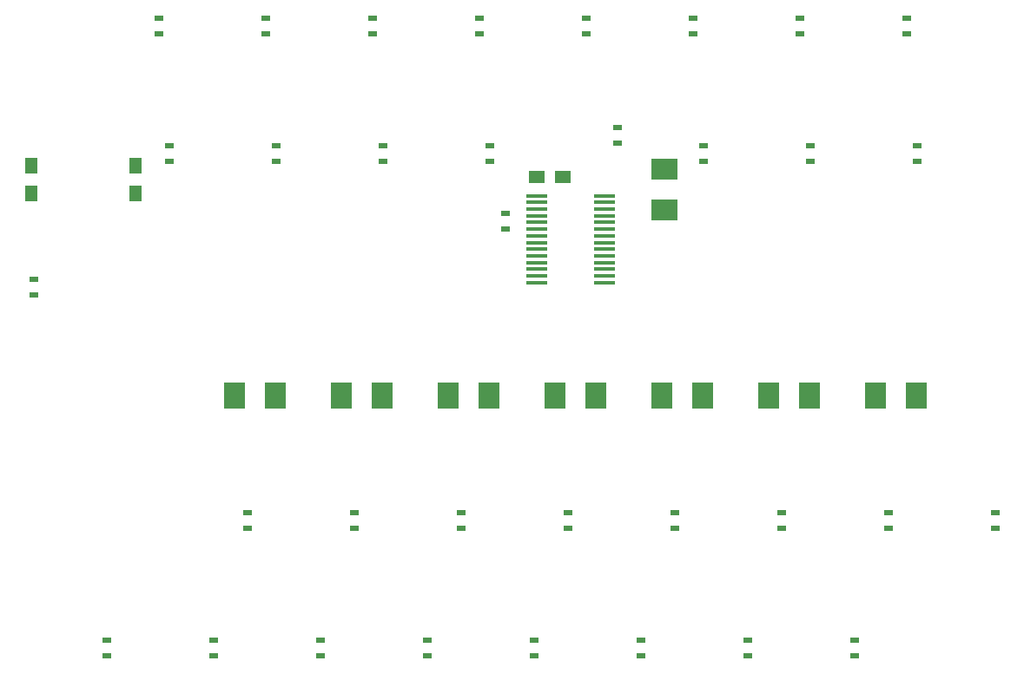
<source format=gbr>
G04 #@! TF.FileFunction,Paste,Bot*
%FSLAX46Y46*%
G04 Gerber Fmt 4.6, Leading zero omitted, Abs format (unit mm)*
G04 Created by KiCad (PCBNEW 4.0.0-stable) date 06.09.2016 12:35:27*
%MOMM*%
G01*
G04 APERTURE LIST*
%ADD10C,0.100000*%
%ADD11R,2.000000X2.500000*%
%ADD12R,1.500000X1.250000*%
%ADD13R,2.500000X2.000000*%
%ADD14R,0.900000X0.500000*%
%ADD15R,2.000000X0.400000*%
%ADD16R,1.300000X1.500000*%
G04 APERTURE END LIST*
D10*
D11*
X64548000Y-67564000D03*
X68548000Y-67564000D03*
X74962000Y-67564000D03*
X78962000Y-67564000D03*
X85376000Y-67564000D03*
X89376000Y-67564000D03*
X95790000Y-67564000D03*
X99790000Y-67564000D03*
X54134000Y-67564000D03*
X58134000Y-67564000D03*
D12*
X83586000Y-46228000D03*
X86086000Y-46228000D03*
D13*
X96012000Y-45498000D03*
X96012000Y-49498000D03*
D14*
X34544000Y-56273000D03*
X34544000Y-57773000D03*
X119634000Y-30746000D03*
X119634000Y-32246000D03*
X120650000Y-44692000D03*
X120650000Y-43192000D03*
X114554000Y-92952000D03*
X114554000Y-91452000D03*
X128270000Y-79006000D03*
X128270000Y-80506000D03*
X109220000Y-30746000D03*
X109220000Y-32246000D03*
X110236000Y-44692000D03*
X110236000Y-43192000D03*
X104140000Y-92952000D03*
X104140000Y-91452000D03*
X117856000Y-79006000D03*
X117856000Y-80506000D03*
X98806000Y-30746000D03*
X98806000Y-32246000D03*
X99822000Y-44692000D03*
X99822000Y-43192000D03*
X93726000Y-92952000D03*
X93726000Y-91452000D03*
X107442000Y-79006000D03*
X107442000Y-80506000D03*
X88392000Y-30746000D03*
X88392000Y-32246000D03*
X91440000Y-42914000D03*
X91440000Y-41414000D03*
X83312000Y-92952000D03*
X83312000Y-91452000D03*
D15*
X90168000Y-48099000D03*
X83568000Y-56549000D03*
X90168000Y-48749000D03*
X90168000Y-49399000D03*
X90168000Y-50049000D03*
X90168000Y-50699000D03*
X90168000Y-51349000D03*
X90168000Y-51999000D03*
X90168000Y-52649000D03*
X90168000Y-53299000D03*
X90168000Y-53949000D03*
X90168000Y-54599000D03*
X90168000Y-55249000D03*
X90168000Y-55899000D03*
X90168000Y-56549000D03*
X83568000Y-55899000D03*
X83568000Y-55249000D03*
X83568000Y-54599000D03*
X83568000Y-53949000D03*
X83568000Y-53299000D03*
X83568000Y-52649000D03*
X83568000Y-51999000D03*
X83568000Y-51349000D03*
X83568000Y-50699000D03*
X83568000Y-50049000D03*
X83568000Y-49399000D03*
X83568000Y-48749000D03*
X83568000Y-48099000D03*
D14*
X80518000Y-51296000D03*
X80518000Y-49796000D03*
X97028000Y-79006000D03*
X97028000Y-80506000D03*
X77978000Y-30746000D03*
X77978000Y-32246000D03*
X78994000Y-44692000D03*
X78994000Y-43192000D03*
X72898000Y-92952000D03*
X72898000Y-91452000D03*
X86614000Y-79006000D03*
X86614000Y-80506000D03*
X67564000Y-30746000D03*
X67564000Y-32246000D03*
X68580000Y-44692000D03*
X68580000Y-43192000D03*
X62484000Y-92952000D03*
X62484000Y-91452000D03*
X76200000Y-79006000D03*
X76200000Y-80506000D03*
X57150000Y-30746000D03*
X57150000Y-32246000D03*
X58166000Y-44692000D03*
X58166000Y-43192000D03*
X52070000Y-92952000D03*
X52070000Y-91452000D03*
X65786000Y-79006000D03*
X65786000Y-80506000D03*
X46736000Y-30746000D03*
X46736000Y-32246000D03*
X47752000Y-44692000D03*
X47752000Y-43192000D03*
X41656000Y-92952000D03*
X41656000Y-91452000D03*
X55372000Y-79006000D03*
X55372000Y-80506000D03*
D11*
X106204000Y-67564000D03*
X110204000Y-67564000D03*
X116618000Y-67564000D03*
X120618000Y-67564000D03*
D16*
X44450000Y-45132000D03*
X44450000Y-47832000D03*
X34290000Y-45132000D03*
X34290000Y-47832000D03*
M02*

</source>
